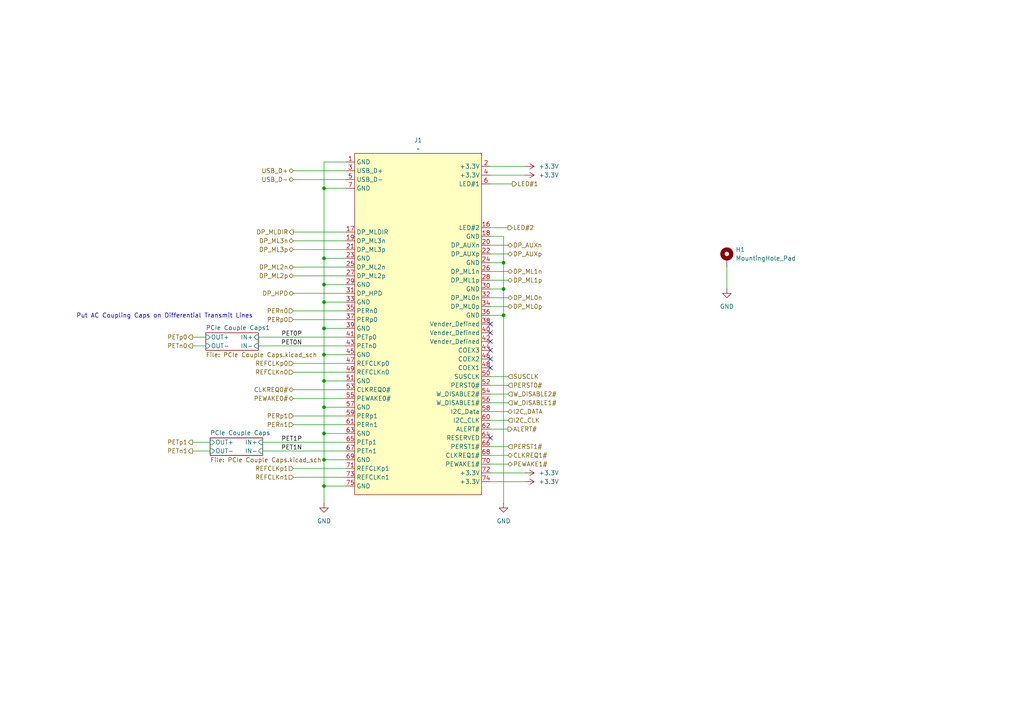
<source format=kicad_sch>
(kicad_sch (version 20250114) (generator "eeschema") (generator_version "9.0")
  (paper "A4")
  (lib_symbols
    (symbol "Mechanical:MountingHole_Pad" (pin_numbers (hide yes)) (pin_names (offset 1.016) (hide yes)) (in_bom no)
      (property "Reference" "H" (at 0 6.35 0))
      (property "Value" "MountingHole_Pad" (at 0 4.445 0))
      (symbol "MountingHole_Pad_0_1"
        (circle (center 0 1.27) (radius 1.27) (stroke (width 1.27)))
      )
      (symbol "MountingHole_Pad_1_1"
        (pin input line (at 0 -2.54 90) (length 2.54) (name "1") (number "1"))
      )
    )
    (symbol "PCIexpress:M.2_A_Key"
      (property "Reference" "J" (at 0 0 0))
      (symbol "M.2_A_Key_0_1"
        (rectangle (start -17.78 -5.08) (end 19.05 -104.14) (fill (type background)))
      )
      (symbol "M.2_A_Key_1_1"
        (pin power_in line (at -20.32 -7.62 0) (length 2.54) (name "GND") (number "1"))
        (pin bidirectional line (at -20.32 -10.16 0) (length 2.54) (name "USB_D+") (number "3"))
        (pin bidirectional line (at -20.32 -12.7 0) (length 2.54) (name "USB_D-") (number "5"))
        (pin power_in line (at -20.32 -15.24 0) (length 2.54) (name "GND") (number "7"))
        (pin output line (at -20.32 -27.94 0) (length 2.54) (name "DP_MLDIR") (number "17"))
        (pin bidirectional line (at -20.32 -30.48 0) (length 2.54) (name "DP_ML3n") (number "19"))
        (pin bidirectional line (at -20.32 -33.02 0) (length 2.54) (name "DP_ML3p") (number "21"))
        (pin power_in line (at -20.32 -35.56 0) (length 2.54) (name "GND") (number "23"))
        (pin bidirectional line (at -20.32 -38.1 0) (length 2.54) (name "DP_ML2n") (number "25"))
        (pin bidirectional line (at -20.32 -40.64 0) (length 2.54) (name "DP_ML2p") (number "27"))
        (pin power_in line (at -20.32 -43.18 0) (length 2.54) (name "GND") (number "29"))
        (pin bidirectional line (at -20.32 -45.72 0) (length 2.54) (name "DP_HPD") (number "31"))
        (pin power_in line (at -20.32 -48.26 0) (length 2.54) (name "GND") (number "33"))
        (pin input line (at -20.32 -50.8 0) (length 2.54) (name "PERn0") (number "35"))
        (pin input line (at -20.32 -53.34 0) (length 2.54) (name "PERp0") (number "37"))
        (pin power_in line (at -20.32 -55.88 0) (length 2.54) (name "GND") (number "39"))
        (pin output line (at -20.32 -58.42 0) (length 2.54) (name "PETp0") (number "41"))
        (pin output line (at -20.32 -60.96 0) (length 2.54) (name "PETn0") (number "43"))
        (pin power_in line (at -20.32 -63.5 0) (length 2.54) (name "GND") (number "45"))
        (pin input line (at -20.32 -66.04 0) (length 2.54) (name "REFCLKp0") (number "47"))
        (pin input line (at -20.32 -68.58 0) (length 2.54) (name "REFCLKn0") (number "49"))
        (pin power_in line (at -20.32 -71.12 0) (length 2.54) (name "GND") (number "51"))
        (pin bidirectional line (at -20.32 -73.66 0) (length 2.54) (name "CLKREQ0#") (number "53"))
        (pin bidirectional line (at -20.32 -76.2 0) (length 2.54) (name "PEWAKE0#") (number "55"))
        (pin power_in line (at -20.32 -78.74 0) (length 2.54) (name "GND") (number "57"))
        (pin input line (at -20.32 -81.28 0) (length 2.54) (name "PERp1") (number "59"))
        (pin input line (at -20.32 -83.82 0) (length 2.54) (name "PERn1") (number "61"))
        (pin power_in line (at -20.32 -86.36 0) (length 2.54) (name "GND") (number "63"))
        (pin output line (at -20.32 -88.9 0) (length 2.54) (name "PETp1") (number "65"))
        (pin output line (at -20.32 -91.44 0) (length 2.54) (name "PETn1") (number "67"))
        (pin passive line (at -20.32 -93.98 0) (length 2.54) (name "GND") (number "69"))
        (pin input line (at -20.32 -96.52 0) (length 2.54) (name "REFCLKp1") (number "71"))
        (pin input line (at -20.32 -99.06 0) (length 2.54) (name "REFCLKn1") (number "73"))
        (pin power_in line (at -20.32 -101.6 0) (length 2.54) (name "GND") (number "75"))
        (pin power_in line (at 21.59 -8.89 180) (length 2.54) (name "+3.3V") (number "2"))
        (pin power_in line (at 21.59 -11.43 180) (length 2.54) (name "+3.3V") (number "4"))
        (pin output line (at 21.59 -13.97 180) (length 2.54) (name "LED#1") (number "6"))
        (pin output line (at 21.59 -26.67 180) (length 2.54) (name "LED#2") (number "16"))
        (pin power_in line (at 21.59 -29.21 180) (length 2.54) (name "GND") (number "18"))
        (pin bidirectional line (at 21.59 -31.75 180) (length 2.54) (name "DP_AUXn") (number "20"))
        (pin bidirectional line (at 21.59 -34.29 180) (length 2.54) (name "DP_AUXp") (number "22"))
        (pin power_in line (at 21.59 -36.83 180) (length 2.54) (name "GND") (number "24"))
        (pin bidirectional line (at 21.59 -39.37 180) (length 2.54) (name "DP_ML1n") (number "26"))
        (pin bidirectional line (at 21.59 -41.91 180) (length 2.54) (name "DP_ML1p") (number "28"))
        (pin power_in line (at 21.59 -44.45 180) (length 2.54) (name "GND") (number "30"))
        (pin bidirectional line (at 21.59 -46.99 180) (length 2.54) (name "DP_ML0n") (number "32"))
        (pin bidirectional line (at 21.59 -49.53 180) (length 2.54) (name "DP_ML0p") (number "34"))
        (pin power_in line (at 21.59 -52.07 180) (length 2.54) (name "GND") (number "36"))
        (pin unspecified line (at 21.59 -54.61 180) (length 2.54) (name "Vender_Defined") (number "38"))
        (pin unspecified line (at 21.59 -57.15 180) (length 2.54) (name "Vender_Defined") (number "40"))
        (pin unspecified line (at 21.59 -59.69 180) (length 2.54) (name "Vender_Defined") (number "42"))
        (pin bidirectional line (at 21.59 -62.23 180) (length 2.54) (name "COEX3") (number "44"))
        (pin bidirectional line (at 21.59 -64.77 180) (length 2.54) (name "COEX2") (number "46"))
        (pin bidirectional line (at 21.59 -67.31 180) (length 2.54) (name "COEX1") (number "48"))
        (pin input line (at 21.59 -69.85 180) (length 2.54) (name "SUSCLK") (number "50"))
        (pin input line (at 21.59 -72.39 180) (length 2.54) (name "PERST0#") (number "52"))
        (pin input line (at 21.59 -74.93 180) (length 2.54) (name "W_DISABLE2#") (number "54"))
        (pin input line (at 21.59 -77.47 180) (length 2.54) (name "W_DISABLE1#") (number "56"))
        (pin bidirectional line (at 21.59 -80.01 180) (length 2.54) (name "I2C_Data") (number "58"))
        (pin input line (at 21.59 -82.55 180) (length 2.54) (name "I2C_CLK") (number "60"))
        (pin output line (at 21.59 -85.09 180) (length 2.54) (name "ALERT#") (number "62"))
        (pin unspecified line (at 21.59 -87.63 180) (length 2.54) (name "RESERVED") (number "64"))
        (pin input line (at 21.59 -90.17 180) (length 2.54) (name "PERST1#") (number "66"))
        (pin bidirectional line (at 21.59 -92.71 180) (length 2.54) (name "CLKREQ1#") (number "68"))
        (pin bidirectional line (at 21.59 -95.25 180) (length 2.54) (name "PEWAKE1#") (number "70"))
        (pin power_in line (at 21.59 -97.79 180) (length 2.54) (name "+3.3V") (number "72"))
        (pin power_in line (at 21.59 -100.33 180) (length 2.54) (name "+3.3V") (number "74"))
      )
    )
    (symbol "power:+3.3V" (power) (pin_numbers (hide yes)) (pin_names (offset 0) (hide yes))
      (property "Value" "+3.3V" (at 0 3.556 0))
      (symbol "+3.3V_0_1"
        (polyline (pts (xy -0.762 1.27) (xy 0 2.54)))
        (polyline (pts (xy 0 2.54) (xy 0.762 1.27)))
        (polyline (pts (xy 0 0) (xy 0 2.54)))
      )
      (symbol "+3.3V_1_1"
        (pin power_in line (at 0 0 90) (length 0) (name "~") (number "1"))
      )
    )
    (symbol "power:GND" (power) (pin_numbers (hide yes)) (pin_names (offset 0) (hide yes))
      (property "Value" "GND" (at 0 -3.81 0))
      (symbol "GND_0_1"
        (polyline (pts (xy 0 0) (xy 0 -1.27) (xy 1.27 -1.27) (xy 0 -2.54) (xy -1.27 -1.27) (xy 0 -1.27)))
      )
      (symbol "GND_1_1"
        (pin power_in line (at 0 0 270) (length 0) (name "~") (number "1"))
      )
    )
  )
  (text "Put AC Coupling Caps on Differential Transmit Lines" (at 47.752 91.694 0) (effects (font (size 1.27 1.27))))
  (junction (at 93.98 102.87))
  (junction (at 93.98 110.49))
  (junction (at 146.05 91.44))
  (junction (at 93.98 74.93))
  (junction (at 93.98 87.63))
  (junction (at 146.05 83.82))
  (junction (at 93.98 140.97))
  (junction (at 93.98 54.61))
  (junction (at 93.98 118.11))
  (junction (at 93.98 95.25))
  (junction (at 93.98 125.73))
  (junction (at 93.98 82.55))
  (junction (at 146.05 76.2))
  (junction (at 93.98 133.35))
  (no_connect (at 142.24 101.6))
  (no_connect (at 142.24 127))
  (no_connect (at 142.24 104.14))
  (no_connect (at 142.24 106.68))
  (no_connect (at 142.24 96.52))
  (no_connect (at 142.24 99.06))
  (no_connect (at 142.24 93.98))
  (wire (pts (xy 142.24 86.36) (xy 147.32 86.36)))
  (wire (pts (xy 93.98 118.11) (xy 93.98 125.73)))
  (wire (pts (xy 146.05 83.82) (xy 146.05 91.44)))
  (wire (pts (xy 76.2 128.27) (xy 100.33 128.27)))
  (wire (pts (xy 93.98 133.35) (xy 93.98 140.97)))
  (wire (pts (xy 93.98 110.49) (xy 93.98 118.11)))
  (wire (pts (xy 93.98 54.61) (xy 93.98 74.93)))
  (wire (pts (xy 74.93 100.33) (xy 100.33 100.33)))
  (wire (pts (xy 210.82 77.47) (xy 210.82 83.82)))
  (wire (pts (xy 142.24 48.26) (xy 152.4 48.26)))
  (wire (pts (xy 142.24 71.12) (xy 147.32 71.12)))
  (wire (pts (xy 85.09 120.65) (xy 100.33 120.65)))
  (wire (pts (xy 100.33 140.97) (xy 93.98 140.97)))
  (wire (pts (xy 142.24 111.76) (xy 147.32 111.76)))
  (wire (pts (xy 142.24 66.04) (xy 147.32 66.04)))
  (wire (pts (xy 93.98 102.87) (xy 93.98 110.49)))
  (wire (pts (xy 85.09 90.17) (xy 100.33 90.17)))
  (wire (pts (xy 100.33 46.99) (xy 93.98 46.99)))
  (wire (pts (xy 142.24 119.38) (xy 147.32 119.38)))
  (wire (pts (xy 100.33 82.55) (xy 93.98 82.55)))
  (wire (pts (xy 142.24 76.2) (xy 146.05 76.2)))
  (wire (pts (xy 93.98 74.93) (xy 93.98 82.55)))
  (wire (pts (xy 100.33 74.93) (xy 93.98 74.93)))
  (wire (pts (xy 85.09 49.53) (xy 100.33 49.53)))
  (wire (pts (xy 74.93 97.79) (xy 100.33 97.79)))
  (wire (pts (xy 93.98 46.99) (xy 93.98 54.61)))
  (wire (pts (xy 142.24 68.58) (xy 146.05 68.58)))
  (wire (pts (xy 100.33 110.49) (xy 93.98 110.49)))
  (wire (pts (xy 100.33 118.11) (xy 93.98 118.11)))
  (wire (pts (xy 85.09 52.07) (xy 100.33 52.07)))
  (wire (pts (xy 100.33 125.73) (xy 93.98 125.73)))
  (wire (pts (xy 142.24 91.44) (xy 146.05 91.44)))
  (wire (pts (xy 142.24 81.28) (xy 147.32 81.28)))
  (wire (pts (xy 55.88 100.33) (xy 59.69 100.33)))
  (wire (pts (xy 142.24 121.92) (xy 147.32 121.92)))
  (wire (pts (xy 100.33 54.61) (xy 93.98 54.61)))
  (wire (pts (xy 85.09 80.01) (xy 100.33 80.01)))
  (wire (pts (xy 55.88 128.27) (xy 60.96 128.27)))
  (wire (pts (xy 142.24 114.3) (xy 147.32 114.3)))
  (wire (pts (xy 55.88 97.79) (xy 59.69 97.79)))
  (wire (pts (xy 142.24 53.34) (xy 148.59 53.34)))
  (wire (pts (xy 85.09 77.47) (xy 100.33 77.47)))
  (wire (pts (xy 93.98 82.55) (xy 93.98 87.63)))
  (wire (pts (xy 100.33 87.63) (xy 93.98 87.63)))
  (wire (pts (xy 142.24 132.08) (xy 147.32 132.08)))
  (wire (pts (xy 85.09 92.71) (xy 100.33 92.71)))
  (wire (pts (xy 142.24 78.74) (xy 147.32 78.74)))
  (wire (pts (xy 142.24 83.82) (xy 146.05 83.82)))
  (wire (pts (xy 142.24 124.46) (xy 147.32 124.46)))
  (wire (pts (xy 142.24 50.8) (xy 152.4 50.8)))
  (wire (pts (xy 146.05 91.44) (xy 146.05 146.05)))
  (wire (pts (xy 85.09 105.41) (xy 100.33 105.41)))
  (wire (pts (xy 142.24 109.22) (xy 147.32 109.22)))
  (wire (pts (xy 93.98 87.63) (xy 93.98 95.25)))
  (wire (pts (xy 142.24 134.62) (xy 147.32 134.62)))
  (wire (pts (xy 85.09 113.03) (xy 100.33 113.03)))
  (wire (pts (xy 142.24 137.16) (xy 152.4 137.16)))
  (wire (pts (xy 55.88 130.81) (xy 60.96 130.81)))
  (wire (pts (xy 146.05 76.2) (xy 146.05 83.82)))
  (wire (pts (xy 85.09 67.31) (xy 100.33 67.31)))
  (wire (pts (xy 142.24 73.66) (xy 147.32 73.66)))
  (wire (pts (xy 85.09 69.85) (xy 100.33 69.85)))
  (wire (pts (xy 85.09 85.09) (xy 100.33 85.09)))
  (wire (pts (xy 142.24 116.84) (xy 147.32 116.84)))
  (wire (pts (xy 93.98 95.25) (xy 93.98 102.87)))
  (wire (pts (xy 85.09 115.57) (xy 100.33 115.57)))
  (wire (pts (xy 100.33 102.87) (xy 93.98 102.87)))
  (wire (pts (xy 100.33 133.35) (xy 93.98 133.35)))
  (wire (pts (xy 142.24 139.7) (xy 152.4 139.7)))
  (wire (pts (xy 85.09 135.89) (xy 100.33 135.89)))
  (wire (pts (xy 85.09 138.43) (xy 100.33 138.43)))
  (wire (pts (xy 85.09 123.19) (xy 100.33 123.19)))
  (wire (pts (xy 142.24 129.54) (xy 147.32 129.54)))
  (wire (pts (xy 76.2 130.81) (xy 100.33 130.81)))
  (wire (pts (xy 93.98 125.73) (xy 93.98 133.35)))
  (wire (pts (xy 100.33 95.25) (xy 93.98 95.25)))
  (wire (pts (xy 85.09 72.39) (xy 100.33 72.39)))
  (wire (pts (xy 142.24 88.9) (xy 147.32 88.9)))
  (wire (pts (xy 85.09 107.95) (xy 100.33 107.95)))
  (wire (pts (xy 93.98 140.97) (xy 93.98 146.05)))
  (wire (pts (xy 146.05 68.58) (xy 146.05 76.2)))
  (label "PET0P" (at 87.63 97.79 180))
  (label "PET1N" (at 87.63 130.81 180))
  (label "PET0N" (at 87.63 100.33 180))
  (label "PET1P" (at 87.63 128.27 180))
  (hierarchical_label "USB_D-" (shape bidirectional) (at 85.09 52.07 180))
  (hierarchical_label "LED#2" (shape output) (at 147.32 66.04 0))
  (hierarchical_label "PERST1#" (shape input) (at 147.32 129.54 0))
  (hierarchical_label "DP_AUXn" (shape bidirectional) (at 147.32 71.12 0))
  (hierarchical_label "PEWAKE1#" (shape bidirectional) (at 147.32 134.62 0))
  (hierarchical_label "CLKREQ1#" (shape bidirectional) (at 147.32 132.08 0))
  (hierarchical_label "REFCLKn0" (shape input) (at 85.09 107.95 180))
  (hierarchical_label "PETn1" (shape output) (at 55.88 130.81 180))
  (hierarchical_label "REFCLKn1" (shape input) (at 85.09 138.43 180))
  (hierarchical_label "DP_ML1p" (shape bidirectional) (at 147.32 81.28 0))
  (hierarchical_label "REFCLKp0" (shape input) (at 85.09 105.41 180))
  (hierarchical_label "PERp1" (shape input) (at 85.09 120.65 180))
  (hierarchical_label "SUSCLK" (shape input) (at 147.32 109.22 0))
  (hierarchical_label "USB_D+" (shape bidirectional) (at 85.09 49.53 180))
  (hierarchical_label "DP_ML0p" (shape bidirectional) (at 147.32 88.9 0))
  (hierarchical_label "PEWAKE0#" (shape bidirectional) (at 85.09 115.57 180))
  (hierarchical_label "DP_ML0n" (shape bidirectional) (at 147.32 86.36 0))
  (hierarchical_label "PERn1" (shape input) (at 85.09 123.19 180))
  (hierarchical_label "DP_MLDIR" (shape output) (at 85.09 67.31 180))
  (hierarchical_label "LED#1" (shape output) (at 148.59 53.34 0))
  (hierarchical_label "DP_ML3p" (shape bidirectional) (at 85.09 72.39 180))
  (hierarchical_label "DP_ML3n" (shape bidirectional) (at 85.09 69.85 180))
  (hierarchical_label "DP_ML2p" (shape bidirectional) (at 85.09 80.01 180))
  (hierarchical_label "PERp0" (shape input) (at 85.09 92.71 180))
  (hierarchical_label "W_DISABLE2#" (shape input) (at 147.32 114.3 0))
  (hierarchical_label "PETp1" (shape output) (at 55.88 128.27 180))
  (hierarchical_label "DP_ML1n" (shape bidirectional) (at 147.32 78.74 0))
  (hierarchical_label "PETp0" (shape output) (at 55.88 97.79 180))
  (hierarchical_label "W_DISABLE1#" (shape input) (at 147.32 116.84 0))
  (hierarchical_label "REFCLKp1" (shape input) (at 85.09 135.89 180))
  (hierarchical_label "PERn0" (shape input) (at 85.09 90.17 180))
  (hierarchical_label "I2C_DATA" (shape bidirectional) (at 147.32 119.38 0))
  (hierarchical_label "I2C_CLK" (shape input) (at 147.32 121.92 0))
  (hierarchical_label "ALERT#" (shape output) (at 147.32 124.46 0))
  (hierarchical_label "DP_HPD" (shape bidirectional) (at 85.09 85.09 180))
  (hierarchical_label "PERST0#" (shape input) (at 147.32 111.76 0))
  (hierarchical_label "DP_ML2n" (shape bidirectional) (at 85.09 77.47 180))
  (hierarchical_label "CLKREQ0#" (shape bidirectional) (at 85.09 113.03 180))
  (hierarchical_label "PETn0" (shape output) (at 55.88 100.33 180))
  (hierarchical_label "DP_AUXp" (shape bidirectional) (at 147.32 73.66 0))
  (symbol (lib_id "power:+3.3V") (at 152.4 137.16 270) (unit 1)
    (property "Reference" "#PWR05" (effects (hide yes)))
    (property "Value" "+3.3V" (at 156.21 137.1599 90) (effects (justify left)))
    (property "Description" "Power symbol creates a global label with name \"+3.3V\"" (effects (hide yes)))
  )
  (symbol (lib_id "PCIexpress:M.2_A_Key") (at 120.65 39.37 0) (unit 1)
    (property "Reference" "J1" (at 121.285 40.64 0))
    (property "Value" "~" (at 121.285 43.18 0))
    (property "Footprint" "PCIexpress:M.2 A Key Connector" (effects (hide yes)))
    (property "Note" "Check PCIe M.2 Specification for Pin Alt mode functions. Check your socket pinout for pin functions." (effects (hide yes)))
  )
  (symbol (lib_id "power:GND") (at 93.98 146.05 0) (unit 1)
    (property "Reference" "#PWR01" (effects (hide yes)))
    (property "Value" "GND" (at 93.98 151.13 0))
    (property "Description" "Power symbol creates a global label with name \"GND\" , ground" (effects (hide yes)))
  )
  (symbol (lib_id "power:+3.3V") (at 152.4 50.8 270) (unit 1)
    (property "Reference" "#PWR04" (effects (hide yes)))
    (property "Value" "+3.3V" (at 156.21 50.7999 90) (effects (justify left)))
    (property "Description" "Power symbol creates a global label with name \"+3.3V\"" (effects (hide yes)))
  )
  (symbol (lib_id "power:GND") (at 210.82 83.82 0) (unit 1)
    (property "Reference" "#PWR07" (effects (hide yes)))
    (property "Value" "GND" (at 210.82 88.9 0))
    (property "Description" "Power symbol creates a global label with name \"GND\" , ground" (effects (hide yes)))
  )
  (symbol (lib_id "power:+3.3V") (at 152.4 48.26 270) (unit 1)
    (property "Reference" "#PWR03" (effects (hide yes)))
    (property "Value" "+3.3V" (at 156.21 48.2599 90) (effects (justify left)))
    (property "Description" "Power symbol creates a global label with name \"+3.3V\"" (effects (hide yes)))
  )
  (symbol (lib_id "power:+3.3V") (at 152.4 139.7 270) (unit 1)
    (property "Reference" "#PWR06" (effects (hide yes)))
    (property "Value" "+3.3V" (at 156.21 139.6999 90) (effects (justify left)))
    (property "Description" "Power symbol creates a global label with name \"+3.3V\"" (effects (hide yes)))
  )
  (symbol (lib_id "power:GND") (at 146.05 146.05 0) (unit 1)
    (property "Reference" "#PWR02" (effects (hide yes)))
    (property "Value" "GND" (at 146.05 151.13 0))
    (property "Description" "Power symbol creates a global label with name \"GND\" , ground" (effects (hide yes)))
  )
  (symbol (lib_id "Mechanical:MountingHole_Pad") (at 210.82 74.93 0) (unit 1) (in_bom no)
    (property "Reference" "H1" (at 213.36 72.3899 0) (effects (justify left)))
    (property "Value" "MountingHole_Pad" (at 213.36 74.9299 0) (effects (justify left)))
    (property "Footprint" "PCIexpress:M.2 Mounting Pad" (effects (hide yes)))
    (property "Description" "Mounting Hole with connection" (effects (hide yes)))
  )
  (sheet (at 59.69 96.52) (size 15.24 5.08) (stroke (width 0.1524))
    (property "Sheetname" "PCIe Couple Caps1" (at 59.69 95.8084 0) (effects (justify left bottom)))
    (property "Sheetfile" "PCIe Couple Caps.kicad_sch" (at 59.69 102.1846 0) (effects (justify left top)))
    (pin "OUT-" input (at 59.69 100.33 180))
    (pin "IN+" input (at 74.93 97.79 0))
    (pin "OUT+" input (at 59.69 97.79 180))
    (pin "IN-" input (at 74.93 100.33 0))
  )
  (sheet (at 60.96 127) (size 15.24 5.08) (stroke (width 0.1524))
    (property "Sheetname" "PCIe Couple Caps" (at 60.96 126.2884 0) (effects (justify left bottom)))
    (property "Sheetfile" "PCIe Couple Caps.kicad_sch" (at 60.96 132.6646 0) (effects (justify left top)))
    (pin "OUT-" input (at 60.96 130.81 180))
    (pin "IN+" input (at 76.2 128.27 0))
    (pin "OUT+" input (at 60.96 128.27 180))
    (pin "IN-" input (at 76.2 130.81 0))
  )
)
</source>
